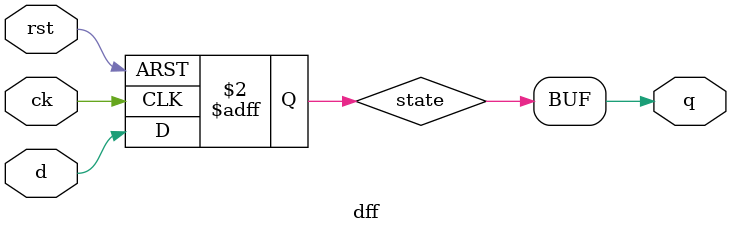
<source format=v>
module nlprg8 (
  input ck,
  input rst,
  output o0,
  output o1,
  output o2,
  output o3,
  output o4,
  output o5,
  output o6,
  output o7
);
  wire s0;
  wire o0_temp;
  wire s1;
  wire o2_temp;
  wire s2;
  wire o1_temp;
  wire s3;
  wire o3_temp;
  wire o4_temp;
  wire o5_temp;
  wire o6_temp;
  wire o7_temp;

  dff dff0 (
    .d( s0 ),
    .ck( ck ),
    .rst( rst ),
    .q( o0_temp )
  );

  dff dff1 (
    .d( s1 ),
    .ck( ck ),
    .rst( rst ),
    .q( o2_temp )
  );

  dff dff2 (
    .d( s2 ),
    .ck( ck ),
    .rst( rst ),
    .q( o1_temp )
  );

  dff dff3 (
    .d( s3 ),
    .ck( ck ),
    .rst( rst ),
    .q( o3_temp )
  );

  dff dff4 (
    .d( o4_temp ),
    .ck( ck ),
    .rst( rst ),
    .q( o5_temp )
  );

  dff dff5 (
    .d( o3_temp ),
    .ck( ck ),
    .rst( rst ),
    .q( o4_temp )
  );

  dff dff6 (
    .d( o5_temp ),
    .ck( ck ),
    .rst( rst ),
    .q( o6_temp )
  );

  dff dff7 (
    .d( o6_temp ),
    .ck( ck ),
    .rst( rst ),
    .q( o7_temp )
  );

  assign s0 = (~ (o6_temp ^ o7_temp) ^ o3_temp);
  assign s1 = ~ (~ (o3_temp ^ o4_temp) ^ o1_temp);
  assign s2 = ~ (~ (o5_temp ^ o6_temp) ^ o0_temp);
  assign s3 = ((o5_temp ^ o2_temp) ^ (~ (o1_temp | o0_temp) & (((o7_temp & o6_temp) & (o5_temp & o4_temp)) & o3_temp)));
  assign o0 = o0_temp;
  assign o1 = o1_temp;
  assign o2 = o2_temp;
  assign o3 = o3_temp;
  assign o4 = o4_temp;
  assign o5 = o5_temp;
  assign o6 = o6_temp;
  assign o7 = o7_temp;

endmodule

module dff
(
   input d,
   input ck,
   input rst,
   output q

);
    reg state;

    assign q = state;

    always @ (posedge ck or posedge rst )
    begin
        if (rst)
            state <= 'h0;
        else
            state <= d;
    end

endmodule

</source>
